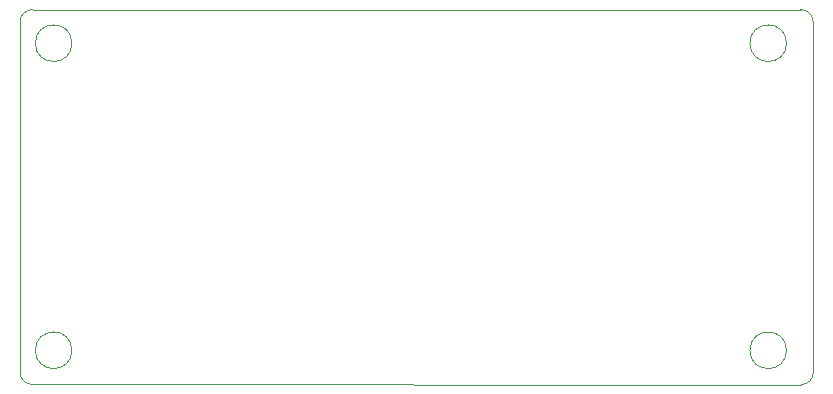
<source format=gko>
G04*
G04 #@! TF.GenerationSoftware,Altium Limited,Altium Designer,22.5.1 (42)*
G04*
G04 Layer_Color=16711935*
%FSLAX44Y44*%
%MOMM*%
G71*
G04*
G04 #@! TF.SameCoordinates,16E258D9-83B2-4854-9FD3-66D1B54B03FA*
G04*
G04*
G04 #@! TF.FilePolarity,Positive*
G04*
G01*
G75*
%ADD52C,0.0127*%
D52*
X649010Y28960D02*
G03*
X649010Y28960I-15500J0D01*
G01*
X44010D02*
G03*
X44010Y28960I-15500J0D01*
G01*
X649010Y288960D02*
G03*
X649010Y288960I-15500J0D01*
G01*
X44010D02*
G03*
X44010Y288960I-15500J0D01*
G01*
X661530Y-40D02*
G03*
X671710Y10150I-10J10190D01*
G01*
X671740Y306700D02*
G03*
X660940Y317490I-10800J-10D01*
G01*
X0Y10450D02*
G03*
X10450Y0I10450J0D01*
G01*
X10680Y317470D02*
G03*
X-20Y306760I10J-10710D01*
G01*
X10450Y0D02*
X661530Y-40D01*
X671710Y10150D02*
X671740Y306700D01*
X-20Y306760D02*
X0Y10450D01*
X10680Y317470D02*
X660940Y317490D01*
M02*

</source>
